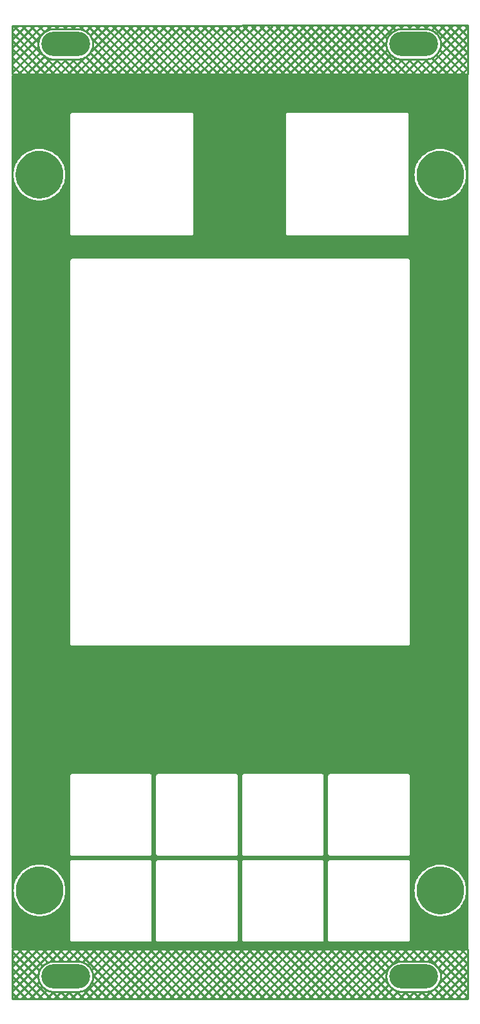
<source format=gbl>
G04 Layer: BottomLayer*
G04 EasyEDA v6.5.29, 2023-07-16 15:11:24*
G04 b1c9531ddfa049bd996740377cd84ce5,5a6b42c53f6a479593ecc07194224c93,10*
G04 Gerber Generator version 0.2*
G04 Scale: 100 percent, Rotated: No, Reflected: No *
G04 Dimensions in millimeters *
G04 leading zeros omitted , absolute positions ,4 integer and 5 decimal *
%FSLAX45Y45*%
%MOMM*%

%ADD10C,0.2540*%
%ADD11O,6.4000126X3.1999936*%

%LPD*%
G36*
X36068Y698500D02*
G01*
X32156Y699262D01*
X28905Y701497D01*
X26670Y704748D01*
X25908Y708660D01*
X25908Y12150090D01*
X26670Y12154001D01*
X28905Y12157252D01*
X32156Y12159488D01*
X36068Y12160250D01*
X6021832Y12160250D01*
X6025743Y12159488D01*
X6028994Y12157252D01*
X6031230Y12154001D01*
X6031992Y12150090D01*
X6031992Y708660D01*
X6031230Y704748D01*
X6028994Y701497D01*
X6025743Y699262D01*
X6021832Y698500D01*
G37*

%LPC*%
G36*
X5662218Y10519918D02*
G01*
X5687517Y10520832D01*
X5712663Y10523677D01*
X5737555Y10528401D01*
X5761990Y10534954D01*
X5785916Y10543286D01*
X5809132Y10553446D01*
X5831484Y10565282D01*
X5852922Y10578744D01*
X5873292Y10593781D01*
X5892495Y10610291D01*
X5910427Y10628172D01*
X5926937Y10647375D01*
X5941974Y10667746D01*
X5955436Y10689183D01*
X5967272Y10711586D01*
X5977382Y10734802D01*
X5985764Y10758678D01*
X5992317Y10783163D01*
X5997041Y10808055D01*
X5999835Y10833201D01*
X6000800Y10858500D01*
X5999835Y10883798D01*
X5997041Y10908944D01*
X5992317Y10933836D01*
X5985764Y10958322D01*
X5977382Y10982198D01*
X5967272Y11005413D01*
X5955436Y11027816D01*
X5941974Y11049254D01*
X5926937Y11069624D01*
X5910427Y11088827D01*
X5892495Y11106708D01*
X5873292Y11123218D01*
X5852922Y11138255D01*
X5831484Y11151717D01*
X5809132Y11163554D01*
X5785916Y11173714D01*
X5761990Y11182045D01*
X5737555Y11188598D01*
X5712663Y11193322D01*
X5687517Y11196167D01*
X5662218Y11197082D01*
X5636920Y11196167D01*
X5611723Y11193322D01*
X5586831Y11188598D01*
X5562396Y11182045D01*
X5538520Y11173714D01*
X5515305Y11163554D01*
X5492902Y11151717D01*
X5471464Y11138255D01*
X5451094Y11123218D01*
X5431891Y11106708D01*
X5414010Y11088827D01*
X5397449Y11069624D01*
X5382412Y11049254D01*
X5368950Y11027816D01*
X5357114Y11005413D01*
X5347004Y10982198D01*
X5338622Y10958322D01*
X5332069Y10933836D01*
X5327396Y10908944D01*
X5324551Y10883798D01*
X5323586Y10858500D01*
X5324551Y10833201D01*
X5327396Y10808055D01*
X5332069Y10783163D01*
X5338622Y10758678D01*
X5347004Y10734802D01*
X5357114Y10711586D01*
X5368950Y10689183D01*
X5382412Y10667746D01*
X5397449Y10647375D01*
X5414010Y10628172D01*
X5431891Y10610291D01*
X5451094Y10593781D01*
X5471464Y10578744D01*
X5492902Y10565282D01*
X5515305Y10553446D01*
X5538520Y10543286D01*
X5562396Y10534954D01*
X5586831Y10528401D01*
X5611723Y10523677D01*
X5636920Y10520832D01*
G37*
G36*
X1954377Y786892D02*
G01*
X2973222Y786892D01*
X2979572Y787603D01*
X2985008Y789533D01*
X2989935Y792581D01*
X2993999Y796696D01*
X2997098Y801573D01*
X2998978Y807059D01*
X2999689Y813358D01*
X2999689Y1832254D01*
X2998978Y1838553D01*
X2997098Y1843989D01*
X2993999Y1848916D01*
X2989935Y1852980D01*
X2985008Y1856079D01*
X2979572Y1858010D01*
X2973222Y1858721D01*
X1954377Y1858721D01*
X1948027Y1858010D01*
X1942592Y1856079D01*
X1937664Y1852980D01*
X1933600Y1848916D01*
X1930501Y1843989D01*
X1928622Y1838553D01*
X1927910Y1832254D01*
X1927910Y813358D01*
X1928622Y807059D01*
X1930501Y801573D01*
X1933600Y796696D01*
X1937664Y792581D01*
X1942592Y789533D01*
X1948027Y787603D01*
G37*
G36*
X4214977Y786892D02*
G01*
X5233822Y786892D01*
X5240172Y787603D01*
X5245608Y789533D01*
X5250535Y792581D01*
X5254599Y796696D01*
X5257698Y801573D01*
X5259578Y807059D01*
X5260289Y813358D01*
X5260289Y1832254D01*
X5259578Y1838553D01*
X5257698Y1843989D01*
X5254599Y1848916D01*
X5250535Y1852980D01*
X5245608Y1856079D01*
X5240172Y1858010D01*
X5233822Y1858721D01*
X4214977Y1858721D01*
X4208627Y1858010D01*
X4203192Y1856079D01*
X4198264Y1852980D01*
X4194200Y1848916D01*
X4191101Y1843989D01*
X4189222Y1838553D01*
X4188510Y1832254D01*
X4188510Y813358D01*
X4189222Y807059D01*
X4191101Y801573D01*
X4194200Y796696D01*
X4198264Y792581D01*
X4203192Y789533D01*
X4208627Y787603D01*
G37*
G36*
X3084677Y786892D02*
G01*
X4103522Y786892D01*
X4109872Y787603D01*
X4115308Y789533D01*
X4120235Y792581D01*
X4124299Y796696D01*
X4127398Y801573D01*
X4129278Y807059D01*
X4129989Y813358D01*
X4129989Y1832254D01*
X4129278Y1838553D01*
X4127398Y1843989D01*
X4124299Y1848916D01*
X4120235Y1852980D01*
X4115308Y1856079D01*
X4109872Y1858010D01*
X4103522Y1858721D01*
X3084677Y1858721D01*
X3078327Y1858010D01*
X3072892Y1856079D01*
X3067964Y1852980D01*
X3063900Y1848916D01*
X3060801Y1843989D01*
X3058922Y1838553D01*
X3058210Y1832254D01*
X3058210Y813358D01*
X3058922Y807059D01*
X3060801Y801573D01*
X3063900Y796696D01*
X3067964Y792581D01*
X3072892Y789533D01*
X3078327Y787603D01*
G37*
G36*
X396240Y1121003D02*
G01*
X421589Y1121968D01*
X446836Y1124813D01*
X471728Y1129538D01*
X496214Y1136091D01*
X520192Y1144473D01*
X543407Y1154684D01*
X565810Y1166520D01*
X587298Y1180033D01*
X607669Y1195120D01*
X626922Y1211732D01*
X644804Y1229664D01*
X661314Y1248918D01*
X676351Y1269339D01*
X689813Y1290878D01*
X701598Y1313332D01*
X711708Y1336598D01*
X720039Y1360576D01*
X726541Y1385062D01*
X731215Y1410004D01*
X733958Y1435201D01*
X734822Y1460296D01*
X733958Y1485798D01*
X731215Y1510995D01*
X726541Y1535938D01*
X720039Y1560423D01*
X711708Y1584401D01*
X701598Y1607667D01*
X689813Y1630121D01*
X676351Y1651660D01*
X661314Y1672082D01*
X644804Y1691335D01*
X626922Y1709267D01*
X607669Y1725879D01*
X587298Y1740966D01*
X565810Y1754479D01*
X543407Y1766316D01*
X520192Y1776475D01*
X496214Y1784908D01*
X471728Y1791462D01*
X446836Y1796186D01*
X421589Y1799031D01*
X396240Y1799996D01*
X370890Y1799031D01*
X345694Y1796186D01*
X320751Y1791462D01*
X296265Y1784908D01*
X272338Y1776475D01*
X249072Y1766316D01*
X226669Y1754479D01*
X205232Y1740966D01*
X184810Y1725879D01*
X165608Y1709267D01*
X147726Y1691335D01*
X131165Y1672082D01*
X116179Y1651660D01*
X102717Y1630121D01*
X90881Y1607667D01*
X80772Y1584401D01*
X72491Y1560423D01*
X65938Y1535938D01*
X61315Y1510995D01*
X58521Y1485798D01*
X57658Y1460703D01*
X58521Y1435201D01*
X61315Y1410004D01*
X65938Y1385062D01*
X72491Y1360576D01*
X80772Y1336598D01*
X90881Y1313332D01*
X102717Y1290878D01*
X116179Y1269339D01*
X131165Y1248918D01*
X147726Y1229664D01*
X165608Y1211732D01*
X184810Y1195120D01*
X205232Y1180033D01*
X226669Y1166520D01*
X249072Y1154684D01*
X272338Y1144473D01*
X296265Y1136091D01*
X320751Y1129538D01*
X345694Y1124813D01*
X370890Y1121968D01*
G37*
G36*
X5662218Y1121918D02*
G01*
X5687517Y1122832D01*
X5712663Y1125677D01*
X5737555Y1130401D01*
X5761990Y1136954D01*
X5785916Y1145286D01*
X5809132Y1155446D01*
X5831484Y1167282D01*
X5852922Y1180744D01*
X5873292Y1195781D01*
X5892495Y1212291D01*
X5910427Y1230172D01*
X5926937Y1249375D01*
X5941974Y1269746D01*
X5955436Y1291183D01*
X5967272Y1313586D01*
X5977382Y1336802D01*
X5985764Y1360678D01*
X5992317Y1385163D01*
X5997041Y1410055D01*
X5999835Y1435201D01*
X6000800Y1460500D01*
X5999835Y1485798D01*
X5997041Y1510944D01*
X5992317Y1535836D01*
X5985764Y1560322D01*
X5977382Y1584198D01*
X5967272Y1607413D01*
X5955436Y1629816D01*
X5941974Y1651254D01*
X5926937Y1671624D01*
X5910427Y1690827D01*
X5892495Y1708708D01*
X5873292Y1725218D01*
X5852922Y1740255D01*
X5831484Y1753717D01*
X5809132Y1765554D01*
X5785916Y1775714D01*
X5761990Y1784045D01*
X5737555Y1790598D01*
X5712663Y1795322D01*
X5687517Y1798167D01*
X5662218Y1799082D01*
X5636920Y1798167D01*
X5611723Y1795322D01*
X5586831Y1790598D01*
X5562396Y1784045D01*
X5538520Y1775714D01*
X5515305Y1765554D01*
X5492902Y1753717D01*
X5471464Y1740255D01*
X5451094Y1725218D01*
X5431891Y1708708D01*
X5414010Y1690827D01*
X5397449Y1671624D01*
X5382412Y1651254D01*
X5368950Y1629816D01*
X5357114Y1607413D01*
X5347004Y1584198D01*
X5338622Y1560322D01*
X5332069Y1535836D01*
X5327396Y1510944D01*
X5324551Y1485798D01*
X5323586Y1460500D01*
X5324551Y1435201D01*
X5327396Y1410055D01*
X5332069Y1385163D01*
X5338622Y1360678D01*
X5347004Y1336802D01*
X5357114Y1313586D01*
X5368950Y1291183D01*
X5382412Y1269746D01*
X5397449Y1249375D01*
X5414010Y1230172D01*
X5431891Y1212291D01*
X5451094Y1195781D01*
X5471464Y1180744D01*
X5492902Y1167282D01*
X5515305Y1155446D01*
X5538520Y1145286D01*
X5562396Y1136954D01*
X5586831Y1130401D01*
X5611723Y1125677D01*
X5636920Y1122832D01*
G37*
G36*
X824077Y1917192D02*
G01*
X1842922Y1917192D01*
X1849272Y1917903D01*
X1854707Y1919833D01*
X1859635Y1922881D01*
X1863699Y1926996D01*
X1866798Y1931873D01*
X1868678Y1937359D01*
X1869389Y1943658D01*
X1869389Y2962554D01*
X1868678Y2968853D01*
X1866798Y2974289D01*
X1863699Y2979216D01*
X1859635Y2983280D01*
X1854707Y2986379D01*
X1849272Y2988310D01*
X1842922Y2989021D01*
X824077Y2989021D01*
X817727Y2988310D01*
X812292Y2986379D01*
X807364Y2983280D01*
X803300Y2979216D01*
X800201Y2974289D01*
X798322Y2968853D01*
X797610Y2962554D01*
X797610Y1943658D01*
X798322Y1937359D01*
X800201Y1931873D01*
X803300Y1926996D01*
X807364Y1922881D01*
X812292Y1919833D01*
X817727Y1917903D01*
G37*
G36*
X824077Y786892D02*
G01*
X1842922Y786892D01*
X1849272Y787603D01*
X1854707Y789533D01*
X1859635Y792581D01*
X1863699Y796696D01*
X1866798Y801573D01*
X1868678Y807059D01*
X1869389Y813358D01*
X1869389Y1832254D01*
X1868678Y1838553D01*
X1866798Y1843989D01*
X1863699Y1848916D01*
X1859635Y1852980D01*
X1854707Y1856079D01*
X1849272Y1858010D01*
X1842922Y1858721D01*
X824077Y1858721D01*
X817727Y1858010D01*
X812292Y1856079D01*
X807364Y1852980D01*
X803300Y1848916D01*
X800201Y1843989D01*
X798322Y1838553D01*
X797610Y1832254D01*
X797610Y813358D01*
X798322Y807059D01*
X800201Y801573D01*
X803300Y796696D01*
X807364Y792581D01*
X812292Y789533D01*
X817727Y787603D01*
G37*
G36*
X3084677Y1917192D02*
G01*
X4103522Y1917192D01*
X4109872Y1917903D01*
X4115308Y1919833D01*
X4120235Y1922881D01*
X4124299Y1926996D01*
X4127398Y1931873D01*
X4129278Y1937359D01*
X4129989Y1943658D01*
X4129989Y2962554D01*
X4129278Y2968853D01*
X4127398Y2974289D01*
X4124299Y2979216D01*
X4120235Y2983280D01*
X4115308Y2986379D01*
X4109872Y2988310D01*
X4103522Y2989021D01*
X3084677Y2989021D01*
X3078327Y2988310D01*
X3072892Y2986379D01*
X3067964Y2983280D01*
X3063900Y2979216D01*
X3060801Y2974289D01*
X3058922Y2968853D01*
X3058210Y2962554D01*
X3058210Y1943658D01*
X3058922Y1937359D01*
X3060801Y1931873D01*
X3063900Y1926996D01*
X3067964Y1922881D01*
X3072892Y1919833D01*
X3078327Y1917903D01*
G37*
G36*
X4214977Y1917192D02*
G01*
X5233822Y1917192D01*
X5240172Y1917903D01*
X5245608Y1919833D01*
X5250535Y1922881D01*
X5254599Y1926996D01*
X5257698Y1931873D01*
X5259578Y1937359D01*
X5260289Y1943658D01*
X5260289Y2962554D01*
X5259578Y2968853D01*
X5257698Y2974289D01*
X5254599Y2979216D01*
X5250535Y2983280D01*
X5245608Y2986379D01*
X5240172Y2988310D01*
X5233822Y2989021D01*
X4214977Y2989021D01*
X4208627Y2988310D01*
X4203192Y2986379D01*
X4198264Y2983280D01*
X4194200Y2979216D01*
X4191101Y2974289D01*
X4189222Y2968853D01*
X4188510Y2962554D01*
X4188510Y1943658D01*
X4189222Y1937359D01*
X4191101Y1931873D01*
X4194200Y1926996D01*
X4198264Y1922881D01*
X4203192Y1919833D01*
X4208627Y1917903D01*
G37*
G36*
X828090Y4673092D02*
G01*
X5233822Y4673092D01*
X5240172Y4673803D01*
X5245608Y4675733D01*
X5250535Y4678781D01*
X5254599Y4682896D01*
X5257698Y4687773D01*
X5259578Y4693259D01*
X5260289Y4699558D01*
X5260289Y9727641D01*
X5259578Y9733940D01*
X5257698Y9739426D01*
X5254599Y9744303D01*
X5250535Y9748418D01*
X5245608Y9751466D01*
X5240172Y9753396D01*
X5233822Y9754108D01*
X828090Y9754108D01*
X821740Y9753396D01*
X816305Y9751466D01*
X811377Y9748418D01*
X807313Y9744303D01*
X804214Y9739426D01*
X802284Y9733940D01*
X801573Y9727641D01*
X801573Y4699558D01*
X802284Y4693259D01*
X804214Y4687773D01*
X807313Y4682896D01*
X811377Y4678781D01*
X816305Y4675733D01*
X821740Y4673803D01*
G37*
G36*
X3660190Y10057892D02*
G01*
X5221122Y10057892D01*
X5227472Y10058603D01*
X5232908Y10060533D01*
X5237835Y10063581D01*
X5241899Y10067696D01*
X5244998Y10072573D01*
X5246878Y10078059D01*
X5247589Y10084358D01*
X5247589Y11645341D01*
X5246878Y11651640D01*
X5244998Y11657126D01*
X5241899Y11662003D01*
X5237835Y11666118D01*
X5232908Y11669166D01*
X5227472Y11671096D01*
X5221122Y11671808D01*
X3660190Y11671808D01*
X3653840Y11671096D01*
X3648405Y11669166D01*
X3643477Y11666118D01*
X3639413Y11662003D01*
X3636314Y11657126D01*
X3634384Y11651640D01*
X3633673Y11645341D01*
X3633673Y10084358D01*
X3634384Y10078059D01*
X3636314Y10072573D01*
X3639413Y10067696D01*
X3643477Y10063581D01*
X3648405Y10060533D01*
X3653840Y10058603D01*
G37*
G36*
X828090Y10057892D02*
G01*
X2389022Y10057892D01*
X2395372Y10058603D01*
X2400808Y10060533D01*
X2405735Y10063581D01*
X2409799Y10067696D01*
X2412898Y10072573D01*
X2414778Y10078059D01*
X2415489Y10084358D01*
X2415489Y11645341D01*
X2414778Y11651640D01*
X2412898Y11657126D01*
X2409799Y11662003D01*
X2405735Y11666118D01*
X2400808Y11669166D01*
X2395372Y11671096D01*
X2389022Y11671808D01*
X828090Y11671808D01*
X821740Y11671096D01*
X816305Y11669166D01*
X811377Y11666118D01*
X807313Y11662003D01*
X804214Y11657126D01*
X802284Y11651640D01*
X801573Y11645341D01*
X801573Y10084358D01*
X802284Y10078059D01*
X804214Y10072573D01*
X807313Y10067696D01*
X811377Y10063581D01*
X816305Y10060533D01*
X821740Y10058603D01*
G37*
G36*
X394919Y10519918D02*
G01*
X420217Y10520832D01*
X445363Y10523677D01*
X470255Y10528401D01*
X494690Y10534954D01*
X518617Y10543286D01*
X541832Y10553446D01*
X564184Y10565282D01*
X585622Y10578744D01*
X605993Y10593781D01*
X625195Y10610291D01*
X643128Y10628172D01*
X659638Y10647375D01*
X674674Y10667746D01*
X688136Y10689183D01*
X699973Y10711586D01*
X710082Y10734802D01*
X718464Y10758678D01*
X725017Y10783163D01*
X729742Y10808055D01*
X732536Y10833201D01*
X733501Y10858500D01*
X732536Y10883798D01*
X729742Y10908944D01*
X725017Y10933836D01*
X718464Y10958322D01*
X710082Y10982198D01*
X699973Y11005413D01*
X688136Y11027816D01*
X674674Y11049254D01*
X659638Y11069624D01*
X643128Y11088827D01*
X625195Y11106708D01*
X605993Y11123218D01*
X585622Y11138255D01*
X564184Y11151717D01*
X541832Y11163554D01*
X518617Y11173714D01*
X494690Y11182045D01*
X470255Y11188598D01*
X445363Y11193322D01*
X420217Y11196167D01*
X394919Y11197082D01*
X369620Y11196167D01*
X344424Y11193322D01*
X319532Y11188598D01*
X295097Y11182045D01*
X271221Y11173714D01*
X248005Y11163554D01*
X225602Y11151717D01*
X204165Y11138255D01*
X183794Y11123218D01*
X164592Y11106708D01*
X146710Y11088827D01*
X130149Y11069624D01*
X115112Y11049254D01*
X101650Y11027816D01*
X89814Y11005413D01*
X79705Y10982198D01*
X71323Y10958322D01*
X64769Y10933836D01*
X60096Y10908944D01*
X57251Y10883798D01*
X56286Y10858500D01*
X57251Y10833201D01*
X60096Y10808055D01*
X64769Y10783163D01*
X71323Y10758678D01*
X79705Y10734802D01*
X89814Y10711586D01*
X101650Y10689183D01*
X115112Y10667746D01*
X130149Y10647375D01*
X146710Y10628172D01*
X164592Y10610291D01*
X183794Y10593781D01*
X204165Y10578744D01*
X225602Y10565282D01*
X248005Y10553446D01*
X271221Y10543286D01*
X295097Y10534954D01*
X319532Y10528401D01*
X344424Y10523677D01*
X369620Y10520832D01*
G37*
G36*
X1954377Y1917192D02*
G01*
X2973222Y1917192D01*
X2979572Y1917903D01*
X2985008Y1919833D01*
X2989935Y1922881D01*
X2993999Y1926996D01*
X2997098Y1931873D01*
X2998978Y1937359D01*
X2999689Y1943658D01*
X2999689Y2962554D01*
X2998978Y2968853D01*
X2997098Y2974289D01*
X2993999Y2979216D01*
X2989935Y2983280D01*
X2985008Y2986379D01*
X2979572Y2988310D01*
X2973222Y2989021D01*
X1954377Y2989021D01*
X1948027Y2988310D01*
X1942592Y2986379D01*
X1937664Y2983280D01*
X1933600Y2979216D01*
X1930501Y2974289D01*
X1928622Y2968853D01*
X1927910Y2962554D01*
X1927910Y1943658D01*
X1928622Y1937359D01*
X1930501Y1931873D01*
X1933600Y1926996D01*
X1937664Y1922881D01*
X1942592Y1919833D01*
X1948027Y1917903D01*
G37*

%LPD*%
G36*
X5658205Y11171174D02*
G01*
X5642254Y11170564D01*
X5626354Y11169142D01*
X5610504Y11166906D01*
X5594858Y11163858D01*
X5579364Y11159998D01*
X5571693Y11157813D01*
X5556504Y11152784D01*
X5541619Y11146993D01*
X5527040Y11140490D01*
X5512816Y11133226D01*
X5498998Y11125200D01*
X5485587Y11116564D01*
X5472633Y11107166D01*
X5460187Y11097209D01*
X5448249Y11086541D01*
X5436870Y11075314D01*
X5426100Y11063528D01*
X5415940Y11051235D01*
X5406440Y11038382D01*
X5397601Y11025124D01*
X5389422Y11011357D01*
X5381955Y10997234D01*
X5375249Y10982756D01*
X5372150Y10975390D01*
X5366562Y10960455D01*
X5361787Y10945215D01*
X5357723Y10929772D01*
X5354472Y10914126D01*
X5352034Y10898327D01*
X5350408Y10882426D01*
X5349595Y10866475D01*
X5349595Y10850524D01*
X5350408Y10834573D01*
X5352034Y10818672D01*
X5354472Y10802874D01*
X5357723Y10787227D01*
X5361787Y10771784D01*
X5366562Y10756544D01*
X5372150Y10741609D01*
X5378500Y10726928D01*
X5385612Y10712653D01*
X5393436Y10698683D01*
X5401919Y10685170D01*
X5411114Y10672114D01*
X5420969Y10659567D01*
X5431434Y10647476D01*
X5442508Y10635996D01*
X5454142Y10625074D01*
X5466334Y10614710D01*
X5479034Y10605058D01*
X5492242Y10596016D01*
X5505856Y10587685D01*
X5519877Y10580065D01*
X5534304Y10573156D01*
X5549036Y10567009D01*
X5564073Y10561624D01*
X5571693Y10559186D01*
X5587085Y10554970D01*
X5602681Y10551515D01*
X5618429Y10548874D01*
X5634278Y10547045D01*
X5650230Y10546029D01*
X5666181Y10545826D01*
X5682132Y10546435D01*
X5698083Y10547858D01*
X5713882Y10550093D01*
X5729579Y10553141D01*
X5745073Y10557002D01*
X5752744Y10559186D01*
X5767882Y10564215D01*
X5782767Y10570006D01*
X5797346Y10576509D01*
X5811570Y10583773D01*
X5825439Y10591800D01*
X5838799Y10600436D01*
X5851753Y10609834D01*
X5864199Y10619790D01*
X5876137Y10630458D01*
X5887516Y10641685D01*
X5898286Y10653471D01*
X5908446Y10665764D01*
X5917946Y10678617D01*
X5926836Y10691876D01*
X5934964Y10705642D01*
X5942431Y10719765D01*
X5949137Y10734243D01*
X5955131Y10749076D01*
X5960313Y10764164D01*
X5962650Y10771784D01*
X5966663Y10787227D01*
X5969914Y10802874D01*
X5972352Y10818672D01*
X5973978Y10834573D01*
X5974791Y10850524D01*
X5974791Y10866475D01*
X5973978Y10882426D01*
X5972352Y10898327D01*
X5969914Y10914126D01*
X5966663Y10929772D01*
X5962650Y10945215D01*
X5957824Y10960455D01*
X5952236Y10975390D01*
X5945886Y10990072D01*
X5938774Y11004346D01*
X5931001Y11018316D01*
X5922467Y11031829D01*
X5913272Y11044885D01*
X5903468Y11057432D01*
X5892952Y11069523D01*
X5881878Y11081004D01*
X5870244Y11091926D01*
X5858052Y11102289D01*
X5845352Y11111941D01*
X5832195Y11120983D01*
X5818530Y11129314D01*
X5804509Y11136934D01*
X5790133Y11143843D01*
X5775401Y11149990D01*
X5760364Y11155375D01*
X5752744Y11157813D01*
X5737352Y11162030D01*
X5721756Y11165484D01*
X5706008Y11168126D01*
X5690108Y11169954D01*
X5674156Y11170970D01*
G37*
G36*
X390906Y11171174D02*
G01*
X374954Y11170564D01*
X359054Y11169142D01*
X343204Y11166906D01*
X327558Y11163858D01*
X312064Y11159998D01*
X304393Y11157813D01*
X289204Y11152784D01*
X274320Y11146993D01*
X259740Y11140490D01*
X245516Y11133226D01*
X231698Y11125200D01*
X218287Y11116564D01*
X205333Y11107166D01*
X192887Y11097209D01*
X180949Y11086541D01*
X169570Y11075314D01*
X158800Y11063528D01*
X148640Y11051235D01*
X139141Y11038382D01*
X130302Y11025124D01*
X122123Y11011357D01*
X114655Y10997234D01*
X107950Y10982756D01*
X104851Y10975390D01*
X99263Y10960455D01*
X94488Y10945215D01*
X90424Y10929772D01*
X87172Y10914126D01*
X84734Y10898327D01*
X83108Y10882426D01*
X82296Y10866475D01*
X82296Y10850524D01*
X83108Y10834573D01*
X84734Y10818672D01*
X87172Y10802874D01*
X90424Y10787227D01*
X94488Y10771784D01*
X99263Y10756544D01*
X104851Y10741609D01*
X111201Y10726928D01*
X118313Y10712653D01*
X126136Y10698683D01*
X134620Y10685170D01*
X143814Y10672114D01*
X153670Y10659567D01*
X164134Y10647476D01*
X175209Y10635996D01*
X186842Y10625074D01*
X199034Y10614710D01*
X211734Y10605058D01*
X224942Y10596016D01*
X238556Y10587685D01*
X252577Y10580065D01*
X267004Y10573156D01*
X281736Y10567009D01*
X296773Y10561624D01*
X304393Y10559186D01*
X319786Y10554970D01*
X335381Y10551515D01*
X351129Y10548874D01*
X366979Y10547045D01*
X382930Y10546029D01*
X398881Y10545826D01*
X414832Y10546435D01*
X430784Y10547858D01*
X446582Y10550093D01*
X462280Y10553141D01*
X477774Y10557002D01*
X485444Y10559186D01*
X500583Y10564215D01*
X515467Y10570006D01*
X530047Y10576509D01*
X544271Y10583773D01*
X558139Y10591800D01*
X571500Y10600436D01*
X584454Y10609834D01*
X596900Y10619790D01*
X608838Y10630458D01*
X620217Y10641685D01*
X630986Y10653471D01*
X641146Y10665764D01*
X650646Y10678617D01*
X659536Y10691876D01*
X667664Y10705642D01*
X675132Y10719765D01*
X681837Y10734243D01*
X687832Y10749076D01*
X693013Y10764164D01*
X695350Y10771784D01*
X699363Y10787227D01*
X702614Y10802874D01*
X705053Y10818672D01*
X706678Y10834573D01*
X707491Y10850524D01*
X707491Y10866475D01*
X706678Y10882426D01*
X705053Y10898327D01*
X702614Y10914126D01*
X699363Y10929772D01*
X695350Y10945215D01*
X690524Y10960455D01*
X684936Y10975390D01*
X678586Y10990072D01*
X671474Y11004346D01*
X663702Y11018316D01*
X655167Y11031829D01*
X645972Y11044885D01*
X636168Y11057432D01*
X625652Y11069523D01*
X614578Y11081004D01*
X602945Y11091926D01*
X590753Y11102289D01*
X578053Y11111941D01*
X564896Y11120983D01*
X551230Y11129314D01*
X537210Y11136934D01*
X522833Y11143843D01*
X508101Y11149990D01*
X493064Y11155375D01*
X485444Y11157813D01*
X470052Y11162030D01*
X454456Y11165484D01*
X438708Y11168126D01*
X422808Y11169954D01*
X406857Y11170970D01*
G37*
G36*
X392277Y1774088D02*
G01*
X384251Y1773885D01*
X368300Y1772818D01*
X352399Y1770989D01*
X336600Y1768348D01*
X321005Y1764893D01*
X305562Y1760626D01*
X297942Y1758238D01*
X282905Y1752803D01*
X268122Y1746656D01*
X253695Y1739696D01*
X246634Y1735988D01*
X232765Y1727962D01*
X219354Y1719224D01*
X206400Y1709877D01*
X193954Y1699818D01*
X182016Y1689150D01*
X176225Y1683613D01*
X165150Y1672031D01*
X154686Y1659940D01*
X144830Y1647342D01*
X135686Y1634236D01*
X127152Y1620672D01*
X119380Y1606702D01*
X115722Y1599590D01*
X109067Y1585061D01*
X103073Y1570177D01*
X97891Y1555038D01*
X93522Y1539646D01*
X91592Y1531924D01*
X88392Y1516227D01*
X86004Y1500428D01*
X84429Y1484477D01*
X83616Y1468475D01*
X83616Y1452524D01*
X84429Y1436522D01*
X86004Y1420571D01*
X88392Y1404772D01*
X91592Y1389075D01*
X95605Y1373632D01*
X97891Y1365961D01*
X103073Y1350822D01*
X109067Y1335938D01*
X115722Y1321409D01*
X123189Y1307236D01*
X131318Y1293469D01*
X140157Y1280160D01*
X149707Y1267307D01*
X159867Y1254912D01*
X170637Y1243126D01*
X176225Y1237386D01*
X187909Y1226413D01*
X200101Y1216101D01*
X212801Y1206347D01*
X226009Y1197305D01*
X239674Y1188974D01*
X246634Y1185011D01*
X260858Y1177747D01*
X275437Y1171194D01*
X290372Y1165402D01*
X297942Y1162761D01*
X313232Y1158138D01*
X328777Y1154277D01*
X344474Y1151229D01*
X360324Y1148994D01*
X376275Y1147572D01*
X384251Y1147114D01*
X400253Y1146911D01*
X408279Y1147114D01*
X424230Y1148181D01*
X440131Y1150010D01*
X455879Y1152652D01*
X471525Y1156106D01*
X486968Y1160373D01*
X494588Y1162761D01*
X509625Y1168196D01*
X524408Y1174343D01*
X538835Y1181303D01*
X545896Y1185011D01*
X559714Y1193038D01*
X573176Y1201775D01*
X586130Y1211122D01*
X598576Y1221181D01*
X610514Y1231849D01*
X621893Y1243126D01*
X632663Y1254912D01*
X642823Y1267307D01*
X652322Y1280160D01*
X661162Y1293469D01*
X669340Y1307236D01*
X676757Y1321409D01*
X683463Y1335938D01*
X686562Y1343355D01*
X692099Y1358341D01*
X696874Y1373632D01*
X700887Y1389075D01*
X702614Y1396898D01*
X705408Y1412646D01*
X706526Y1420571D01*
X708101Y1436522D01*
X708609Y1444498D01*
X708964Y1460500D01*
X708609Y1476502D01*
X707390Y1492453D01*
X706526Y1500428D01*
X704088Y1516227D01*
X702614Y1524101D01*
X699008Y1539646D01*
X694588Y1555038D01*
X689406Y1570177D01*
X686562Y1577644D01*
X680212Y1592376D01*
X673150Y1606702D01*
X665327Y1620672D01*
X656844Y1634236D01*
X647649Y1647342D01*
X637794Y1659940D01*
X632663Y1666087D01*
X621893Y1677873D01*
X610514Y1689150D01*
X598576Y1699818D01*
X586130Y1709877D01*
X573176Y1719224D01*
X559714Y1727962D01*
X545896Y1735988D01*
X531622Y1743252D01*
X524408Y1746656D01*
X509625Y1752803D01*
X494588Y1758238D01*
X479247Y1762861D01*
X463753Y1766722D01*
X448005Y1769770D01*
X432206Y1772005D01*
X416255Y1773428D01*
X408279Y1773885D01*
G37*
G36*
X5658205Y1773174D02*
G01*
X5642254Y1772564D01*
X5626354Y1771142D01*
X5610504Y1768906D01*
X5594858Y1765858D01*
X5579364Y1761998D01*
X5571693Y1759813D01*
X5556504Y1754784D01*
X5541619Y1748993D01*
X5527040Y1742490D01*
X5512816Y1735226D01*
X5498998Y1727200D01*
X5485587Y1718564D01*
X5472633Y1709166D01*
X5460187Y1699209D01*
X5448249Y1688541D01*
X5436870Y1677314D01*
X5426100Y1665528D01*
X5415940Y1653235D01*
X5406440Y1640382D01*
X5397601Y1627124D01*
X5389422Y1613357D01*
X5381955Y1599234D01*
X5375249Y1584756D01*
X5372150Y1577390D01*
X5366562Y1562455D01*
X5361787Y1547215D01*
X5357723Y1531772D01*
X5354472Y1516126D01*
X5352034Y1500327D01*
X5350408Y1484426D01*
X5349595Y1468475D01*
X5349595Y1452524D01*
X5350408Y1436573D01*
X5352034Y1420672D01*
X5354472Y1404874D01*
X5357723Y1389227D01*
X5361787Y1373784D01*
X5366562Y1358544D01*
X5372150Y1343609D01*
X5378500Y1328928D01*
X5385612Y1314653D01*
X5393436Y1300683D01*
X5401919Y1287170D01*
X5411114Y1274114D01*
X5420969Y1261567D01*
X5431434Y1249476D01*
X5442508Y1237996D01*
X5454142Y1227074D01*
X5466334Y1216710D01*
X5479034Y1207058D01*
X5492242Y1198016D01*
X5505856Y1189685D01*
X5519877Y1182065D01*
X5534304Y1175156D01*
X5549036Y1169009D01*
X5564073Y1163624D01*
X5571693Y1161186D01*
X5587085Y1156970D01*
X5602681Y1153515D01*
X5618429Y1150874D01*
X5634278Y1149045D01*
X5650230Y1148029D01*
X5666181Y1147826D01*
X5682132Y1148435D01*
X5698083Y1149858D01*
X5713882Y1152093D01*
X5729579Y1155141D01*
X5745073Y1159002D01*
X5752744Y1161186D01*
X5767882Y1166215D01*
X5782767Y1172006D01*
X5797346Y1178509D01*
X5811570Y1185773D01*
X5825439Y1193800D01*
X5838799Y1202436D01*
X5851753Y1211834D01*
X5864199Y1221790D01*
X5876137Y1232458D01*
X5887516Y1243685D01*
X5898286Y1255471D01*
X5908446Y1267764D01*
X5917946Y1280617D01*
X5926836Y1293876D01*
X5934964Y1307642D01*
X5942431Y1321765D01*
X5949137Y1336243D01*
X5955131Y1351076D01*
X5960313Y1366164D01*
X5962650Y1373784D01*
X5966663Y1389227D01*
X5969914Y1404874D01*
X5972352Y1420672D01*
X5973978Y1436573D01*
X5974791Y1452524D01*
X5974791Y1468475D01*
X5973978Y1484426D01*
X5972352Y1500327D01*
X5969914Y1516126D01*
X5966663Y1531772D01*
X5962650Y1547215D01*
X5957824Y1562455D01*
X5952236Y1577390D01*
X5945886Y1592072D01*
X5938774Y1606346D01*
X5931001Y1620316D01*
X5922467Y1633829D01*
X5913272Y1646885D01*
X5903468Y1659432D01*
X5892952Y1671523D01*
X5881878Y1683004D01*
X5870244Y1693925D01*
X5858052Y1704289D01*
X5845352Y1713941D01*
X5832195Y1722983D01*
X5818530Y1731314D01*
X5804509Y1738934D01*
X5790133Y1745843D01*
X5775401Y1751990D01*
X5760364Y1757375D01*
X5752744Y1759813D01*
X5737352Y1764030D01*
X5721756Y1767484D01*
X5706008Y1770125D01*
X5690108Y1771954D01*
X5674156Y1772970D01*
G37*
D10*
X5905510Y698500D02*
G01*
X5905510Y762000D01*
X5935510Y12128500D02*
G01*
X5935510Y12192000D01*
X6019038Y38862D02*
G01*
X38862Y38862D01*
X38862Y38862D02*
G01*
X38862Y685545D01*
X38862Y685545D02*
G01*
X6019038Y685545D01*
X6019038Y685545D02*
G01*
X6019038Y38862D01*
X4994887Y204043D02*
G01*
X5007992Y189583D01*
X5007992Y189583D02*
G01*
X5022452Y176477D01*
X5022452Y176477D02*
G01*
X5038127Y164852D01*
X5038127Y164852D02*
G01*
X5054866Y154819D01*
X5054866Y154819D02*
G01*
X5072508Y146475D01*
X5072508Y146475D02*
G01*
X5090882Y139901D01*
X5090882Y139901D02*
G01*
X5109813Y135159D01*
X5109813Y135159D02*
G01*
X5129117Y132295D01*
X5129117Y132295D02*
G01*
X5148609Y131338D01*
X5148609Y131338D02*
G01*
X5468611Y131338D01*
X5468611Y131338D02*
G01*
X5488103Y132295D01*
X5488103Y132295D02*
G01*
X5507407Y135159D01*
X5507407Y135159D02*
G01*
X5526337Y139901D01*
X5526337Y139901D02*
G01*
X5544712Y146475D01*
X5544712Y146475D02*
G01*
X5562353Y154819D01*
X5562353Y154819D02*
G01*
X5579092Y164852D01*
X5579092Y164852D02*
G01*
X5594767Y176477D01*
X5594767Y176477D02*
G01*
X5609227Y189583D01*
X5609227Y189583D02*
G01*
X5622333Y204043D01*
X5622333Y204043D02*
G01*
X5633958Y219718D01*
X5633958Y219718D02*
G01*
X5643991Y236457D01*
X5643991Y236457D02*
G01*
X5652335Y254098D01*
X5652335Y254098D02*
G01*
X5658909Y272473D01*
X5658909Y272473D02*
G01*
X5663651Y291404D01*
X5663651Y291404D02*
G01*
X5666515Y310708D01*
X5666515Y310708D02*
G01*
X5667472Y330200D01*
X5667472Y330200D02*
G01*
X5666515Y349691D01*
X5666515Y349691D02*
G01*
X5663651Y368995D01*
X5663651Y368995D02*
G01*
X5658909Y387926D01*
X5658909Y387926D02*
G01*
X5652335Y406301D01*
X5652335Y406301D02*
G01*
X5643991Y423942D01*
X5643991Y423942D02*
G01*
X5633958Y440681D01*
X5633958Y440681D02*
G01*
X5622333Y456356D01*
X5622333Y456356D02*
G01*
X5609227Y470816D01*
X5609227Y470816D02*
G01*
X5594767Y483922D01*
X5594767Y483922D02*
G01*
X5579092Y495547D01*
X5579092Y495547D02*
G01*
X5562353Y505580D01*
X5562353Y505580D02*
G01*
X5544712Y513924D01*
X5544712Y513924D02*
G01*
X5526337Y520498D01*
X5526337Y520498D02*
G01*
X5507407Y525240D01*
X5507407Y525240D02*
G01*
X5488103Y528104D01*
X5488103Y528104D02*
G01*
X5468611Y529061D01*
X5468611Y529061D02*
G01*
X5148609Y529061D01*
X5148609Y529061D02*
G01*
X5129117Y528104D01*
X5129117Y528104D02*
G01*
X5109813Y525240D01*
X5109813Y525240D02*
G01*
X5090882Y520498D01*
X5090882Y520498D02*
G01*
X5072508Y513924D01*
X5072508Y513924D02*
G01*
X5054866Y505580D01*
X5054866Y505580D02*
G01*
X5038127Y495547D01*
X5038127Y495547D02*
G01*
X5022452Y483922D01*
X5022452Y483922D02*
G01*
X5007992Y470816D01*
X5007992Y470816D02*
G01*
X4994887Y456356D01*
X4994887Y456356D02*
G01*
X4983261Y440681D01*
X4983261Y440681D02*
G01*
X4973228Y423942D01*
X4973228Y423942D02*
G01*
X4964884Y406301D01*
X4964884Y406301D02*
G01*
X4958310Y387926D01*
X4958310Y387926D02*
G01*
X4953568Y368995D01*
X4953568Y368995D02*
G01*
X4950705Y349691D01*
X4950705Y349691D02*
G01*
X4949747Y330200D01*
X4949747Y330200D02*
G01*
X4950705Y310708D01*
X4950705Y310708D02*
G01*
X4953568Y291404D01*
X4953568Y291404D02*
G01*
X4958310Y272473D01*
X4958310Y272473D02*
G01*
X4964884Y254098D01*
X4964884Y254098D02*
G01*
X4973228Y236457D01*
X4973228Y236457D02*
G01*
X4983261Y219718D01*
X4983261Y219718D02*
G01*
X4994887Y204043D01*
X435982Y189583D02*
G01*
X450442Y176477D01*
X450442Y176477D02*
G01*
X466117Y164852D01*
X466117Y164852D02*
G01*
X482856Y154819D01*
X482856Y154819D02*
G01*
X500497Y146475D01*
X500497Y146475D02*
G01*
X518872Y139901D01*
X518872Y139901D02*
G01*
X537803Y135159D01*
X537803Y135159D02*
G01*
X557107Y132295D01*
X557107Y132295D02*
G01*
X576599Y131338D01*
X576599Y131338D02*
G01*
X896600Y131338D01*
X896600Y131338D02*
G01*
X916092Y132295D01*
X916092Y132295D02*
G01*
X935396Y135159D01*
X935396Y135159D02*
G01*
X954327Y139901D01*
X954327Y139901D02*
G01*
X972702Y146475D01*
X972702Y146475D02*
G01*
X990343Y154819D01*
X990343Y154819D02*
G01*
X1007082Y164852D01*
X1007082Y164852D02*
G01*
X1022757Y176477D01*
X1022757Y176477D02*
G01*
X1037217Y189583D01*
X1037217Y189583D02*
G01*
X1050323Y204043D01*
X1050323Y204043D02*
G01*
X1061948Y219718D01*
X1061948Y219718D02*
G01*
X1071981Y236457D01*
X1071981Y236457D02*
G01*
X1080325Y254098D01*
X1080325Y254098D02*
G01*
X1086899Y272473D01*
X1086899Y272473D02*
G01*
X1091641Y291404D01*
X1091641Y291404D02*
G01*
X1094505Y310708D01*
X1094505Y310708D02*
G01*
X1095462Y330200D01*
X1095462Y330200D02*
G01*
X1094505Y349691D01*
X1094505Y349691D02*
G01*
X1091641Y368995D01*
X1091641Y368995D02*
G01*
X1086899Y387926D01*
X1086899Y387926D02*
G01*
X1080325Y406301D01*
X1080325Y406301D02*
G01*
X1071981Y423942D01*
X1071981Y423942D02*
G01*
X1061948Y440681D01*
X1061948Y440681D02*
G01*
X1050323Y456356D01*
X1050323Y456356D02*
G01*
X1037217Y470816D01*
X1037217Y470816D02*
G01*
X1022757Y483922D01*
X1022757Y483922D02*
G01*
X1007082Y495547D01*
X1007082Y495547D02*
G01*
X990343Y505580D01*
X990343Y505580D02*
G01*
X972702Y513924D01*
X972702Y513924D02*
G01*
X954327Y520498D01*
X954327Y520498D02*
G01*
X935396Y525240D01*
X935396Y525240D02*
G01*
X916092Y528104D01*
X916092Y528104D02*
G01*
X896600Y529061D01*
X896600Y529061D02*
G01*
X576599Y529061D01*
X576599Y529061D02*
G01*
X557107Y528104D01*
X557107Y528104D02*
G01*
X537803Y525240D01*
X537803Y525240D02*
G01*
X518872Y520498D01*
X518872Y520498D02*
G01*
X500497Y513924D01*
X500497Y513924D02*
G01*
X482856Y505580D01*
X482856Y505580D02*
G01*
X466117Y495547D01*
X466117Y495547D02*
G01*
X450442Y483922D01*
X450442Y483922D02*
G01*
X435982Y470816D01*
X435982Y470816D02*
G01*
X422876Y456356D01*
X422876Y456356D02*
G01*
X411251Y440681D01*
X411251Y440681D02*
G01*
X401218Y423942D01*
X401218Y423942D02*
G01*
X392874Y406301D01*
X392874Y406301D02*
G01*
X386300Y387926D01*
X386300Y387926D02*
G01*
X381558Y368995D01*
X381558Y368995D02*
G01*
X378694Y349691D01*
X378694Y349691D02*
G01*
X377737Y330200D01*
X377737Y330200D02*
G01*
X378694Y310708D01*
X378694Y310708D02*
G01*
X381558Y291404D01*
X381558Y291404D02*
G01*
X386300Y272473D01*
X386300Y272473D02*
G01*
X392874Y254098D01*
X392874Y254098D02*
G01*
X401218Y236457D01*
X401218Y236457D02*
G01*
X411251Y219718D01*
X411251Y219718D02*
G01*
X422876Y204043D01*
X422876Y204043D02*
G01*
X435982Y189583D01*
X38862Y114066D02*
G01*
X114066Y38862D01*
X38862Y221829D02*
G01*
X221829Y38862D01*
X38862Y329592D02*
G01*
X329592Y38862D01*
X38862Y437355D02*
G01*
X437355Y38862D01*
X38862Y545119D02*
G01*
X545119Y38862D01*
X38862Y652882D02*
G01*
X378574Y313170D01*
X559569Y132174D02*
G01*
X652882Y38862D01*
X113961Y685545D02*
G01*
X392981Y406525D01*
X668168Y131338D02*
G01*
X760645Y38862D01*
X221724Y685545D02*
G01*
X436229Y471040D01*
X775931Y131338D02*
G01*
X868408Y38862D01*
X329487Y685545D02*
G01*
X500947Y514085D01*
X883694Y131338D02*
G01*
X976171Y38862D01*
X437250Y685545D02*
G01*
X593734Y529061D01*
X975158Y147637D02*
G01*
X1083934Y38862D01*
X545013Y685545D02*
G01*
X701497Y529061D01*
X1039004Y191555D02*
G01*
X1191697Y38862D01*
X652776Y685545D02*
G01*
X809260Y529061D01*
X1081352Y256970D02*
G01*
X1299460Y38862D01*
X760539Y685545D02*
G01*
X918310Y527775D01*
X1094176Y351909D02*
G01*
X1407223Y38862D01*
X868302Y685545D02*
G01*
X1514986Y38862D01*
X976065Y685545D02*
G01*
X1622749Y38862D01*
X1083828Y685545D02*
G01*
X1730512Y38862D01*
X1191591Y685545D02*
G01*
X1838275Y38862D01*
X1299355Y685545D02*
G01*
X1946039Y38862D01*
X1407118Y685545D02*
G01*
X2053802Y38862D01*
X1514881Y685545D02*
G01*
X2161565Y38862D01*
X1622644Y685545D02*
G01*
X2269328Y38862D01*
X1730407Y685545D02*
G01*
X2377091Y38862D01*
X1838170Y685545D02*
G01*
X2484854Y38862D01*
X1945933Y685545D02*
G01*
X2592617Y38862D01*
X2053696Y685545D02*
G01*
X2700380Y38862D01*
X2161459Y685545D02*
G01*
X2808143Y38862D01*
X2269222Y685545D02*
G01*
X2915906Y38862D01*
X2376985Y685545D02*
G01*
X3023669Y38862D01*
X2484748Y685545D02*
G01*
X3131432Y38862D01*
X2592511Y685545D02*
G01*
X3239195Y38862D01*
X2700275Y685545D02*
G01*
X3346959Y38862D01*
X2808038Y685545D02*
G01*
X3454722Y38862D01*
X2915801Y685545D02*
G01*
X3562485Y38862D01*
X3023564Y685545D02*
G01*
X3670248Y38862D01*
X3131327Y685545D02*
G01*
X3778011Y38862D01*
X3239090Y685545D02*
G01*
X3885774Y38862D01*
X3346853Y685545D02*
G01*
X3993537Y38862D01*
X3454616Y685545D02*
G01*
X4101300Y38862D01*
X3562379Y685545D02*
G01*
X4209063Y38862D01*
X3670142Y685545D02*
G01*
X4316826Y38862D01*
X3777905Y685545D02*
G01*
X4424589Y38862D01*
X3885668Y685545D02*
G01*
X4532352Y38862D01*
X3993431Y685545D02*
G01*
X4640115Y38862D01*
X4101194Y685545D02*
G01*
X4747878Y38862D01*
X4208958Y685545D02*
G01*
X4855642Y38862D01*
X4316721Y685545D02*
G01*
X4963405Y38862D01*
X4424484Y685545D02*
G01*
X5071168Y38862D01*
X4532247Y685545D02*
G01*
X4965953Y251839D01*
X5070248Y147544D02*
G01*
X5178931Y38862D01*
X4640010Y685545D02*
G01*
X4954167Y371388D01*
X5194217Y131338D02*
G01*
X5286694Y38862D01*
X4747773Y685545D02*
G01*
X4987254Y446064D01*
X5301981Y131338D02*
G01*
X5394457Y38862D01*
X4855536Y685545D02*
G01*
X5042759Y498323D01*
X5409744Y131338D02*
G01*
X5502220Y38862D01*
X4963299Y685545D02*
G01*
X5121823Y527022D01*
X5512428Y136417D02*
G01*
X5609983Y38862D01*
X5071062Y685545D02*
G01*
X5227546Y529061D01*
X5586363Y170245D02*
G01*
X5717746Y38862D01*
X5178825Y685545D02*
G01*
X5335309Y529061D01*
X5637966Y226405D02*
G01*
X5825509Y38862D01*
X5286588Y685545D02*
G01*
X5443072Y529061D01*
X5665857Y306276D02*
G01*
X5933272Y38862D01*
X5394351Y685545D02*
G01*
X5607665Y472231D01*
X5610642Y469254D02*
G01*
X6019038Y60859D01*
X5502114Y685545D02*
G01*
X6019038Y168622D01*
X5609877Y685545D02*
G01*
X6019038Y276385D01*
X5717641Y685545D02*
G01*
X6019038Y384149D01*
X5825404Y685545D02*
G01*
X6019038Y491912D01*
X5933167Y685545D02*
G01*
X6019038Y599675D01*
X5978205Y38862D02*
G01*
X6019038Y79694D01*
X5870442Y38862D02*
G01*
X6019038Y187457D01*
X5762679Y38862D02*
G01*
X6019038Y295220D01*
X5654916Y38862D02*
G01*
X6019038Y402983D01*
X5547153Y38862D02*
G01*
X6019038Y510746D01*
X5439390Y38862D02*
G01*
X5549061Y148532D01*
X5650278Y249750D02*
G01*
X6019038Y618509D01*
X5331627Y38862D02*
G01*
X5424103Y131338D01*
X5663273Y370507D02*
G01*
X5978311Y685545D01*
X5223864Y38862D02*
G01*
X5316340Y131338D01*
X5630435Y445432D02*
G01*
X5870548Y685545D01*
X5116101Y38862D02*
G01*
X5208577Y131338D01*
X5575149Y497910D02*
G01*
X5762785Y685545D01*
X5008338Y38862D02*
G01*
X5105672Y136196D01*
X5496356Y526879D02*
G01*
X5655022Y685545D01*
X4900574Y38862D02*
G01*
X5031489Y169776D01*
X5390774Y529061D02*
G01*
X5547258Y685545D01*
X4792811Y38862D02*
G01*
X4979666Y225716D01*
X5283011Y529061D02*
G01*
X5439495Y685545D01*
X4685048Y38862D02*
G01*
X4951504Y305317D01*
X5175248Y529061D02*
G01*
X5331732Y685545D01*
X4577285Y38862D02*
G01*
X4995919Y457496D01*
X5021313Y482889D02*
G01*
X5223969Y685545D01*
X4469522Y38862D02*
G01*
X5116206Y685545D01*
X4361759Y38862D02*
G01*
X5008443Y685545D01*
X4253996Y38862D02*
G01*
X4900680Y685545D01*
X4146233Y38862D02*
G01*
X4792917Y685545D01*
X4038470Y38862D02*
G01*
X4685154Y685545D01*
X3930707Y38862D02*
G01*
X4577391Y685545D01*
X3822944Y38862D02*
G01*
X4469628Y685545D01*
X3715181Y38862D02*
G01*
X4361865Y685545D01*
X3607418Y38862D02*
G01*
X4254102Y685545D01*
X3499655Y38862D02*
G01*
X4146339Y685545D01*
X3391892Y38862D02*
G01*
X4038576Y685545D01*
X3284128Y38862D02*
G01*
X3930812Y685545D01*
X3176365Y38862D02*
G01*
X3823049Y685545D01*
X3068602Y38862D02*
G01*
X3715286Y685545D01*
X2960839Y38862D02*
G01*
X3607523Y685545D01*
X2853076Y38862D02*
G01*
X3499760Y685545D01*
X2745313Y38862D02*
G01*
X3391997Y685545D01*
X2637550Y38862D02*
G01*
X3284234Y685545D01*
X2529787Y38862D02*
G01*
X3176471Y685545D01*
X2422024Y38862D02*
G01*
X3068708Y685545D01*
X2314261Y38862D02*
G01*
X2960945Y685545D01*
X2206498Y38862D02*
G01*
X2853182Y685545D01*
X2098735Y38862D02*
G01*
X2745419Y685545D01*
X1990972Y38862D02*
G01*
X2637656Y685545D01*
X1883209Y38862D02*
G01*
X2529893Y685545D01*
X1775445Y38862D02*
G01*
X2422129Y685545D01*
X1667682Y38862D02*
G01*
X2314366Y685545D01*
X1559919Y38862D02*
G01*
X2206603Y685545D01*
X1452156Y38862D02*
G01*
X2098840Y685545D01*
X1344393Y38862D02*
G01*
X1991077Y685545D01*
X1236630Y38862D02*
G01*
X1883314Y685545D01*
X1128867Y38862D02*
G01*
X1775551Y685545D01*
X1021104Y38862D02*
G01*
X1667788Y685545D01*
X913341Y38862D02*
G01*
X1560025Y685545D01*
X805578Y38862D02*
G01*
X898129Y131413D01*
X1095387Y328671D02*
G01*
X1452262Y685545D01*
X697815Y38862D02*
G01*
X790291Y131338D01*
X1075486Y416532D02*
G01*
X1344499Y685545D01*
X590052Y38862D02*
G01*
X682528Y131338D01*
X1029238Y478048D02*
G01*
X1236736Y685545D01*
X482289Y38862D02*
G01*
X574851Y131424D01*
X961396Y517969D02*
G01*
X1128973Y685545D01*
X374526Y38862D02*
G01*
X488034Y152370D01*
X864725Y529061D02*
G01*
X1021210Y685545D01*
X266762Y38862D02*
G01*
X427187Y199287D01*
X756962Y529061D02*
G01*
X913446Y685545D01*
X158999Y38862D02*
G01*
X387963Y267825D01*
X649199Y529061D02*
G01*
X805683Y685545D01*
X51236Y38862D02*
G01*
X381621Y369246D01*
X537552Y525177D02*
G01*
X697920Y685545D01*
X38862Y134250D02*
G01*
X590157Y685545D01*
X38862Y242013D02*
G01*
X482394Y685545D01*
X38862Y349776D02*
G01*
X374631Y685545D01*
X38862Y457539D02*
G01*
X266868Y685545D01*
X38862Y565302D02*
G01*
X159105Y685545D01*
X38862Y673065D02*
G01*
X51342Y685545D01*
X6019038Y12173204D02*
G01*
X38862Y12173204D01*
X38862Y12173204D02*
G01*
X38862Y12813570D01*
X38862Y12813570D02*
G01*
X6019038Y12818585D01*
X6019038Y12818585D02*
G01*
X6019038Y12173204D01*
X4994887Y12446843D02*
G01*
X5007992Y12432383D01*
X5007992Y12432383D02*
G01*
X5022452Y12419277D01*
X5022452Y12419277D02*
G01*
X5038127Y12407652D01*
X5038127Y12407652D02*
G01*
X5054866Y12397619D01*
X5054866Y12397619D02*
G01*
X5072508Y12389275D01*
X5072508Y12389275D02*
G01*
X5090882Y12382701D01*
X5090882Y12382701D02*
G01*
X5109813Y12377959D01*
X5109813Y12377959D02*
G01*
X5129117Y12375095D01*
X5129117Y12375095D02*
G01*
X5148609Y12374138D01*
X5148609Y12374138D02*
G01*
X5468611Y12374138D01*
X5468611Y12374138D02*
G01*
X5488103Y12375095D01*
X5488103Y12375095D02*
G01*
X5507407Y12377959D01*
X5507407Y12377959D02*
G01*
X5526337Y12382701D01*
X5526337Y12382701D02*
G01*
X5544712Y12389275D01*
X5544712Y12389275D02*
G01*
X5562353Y12397619D01*
X5562353Y12397619D02*
G01*
X5579092Y12407652D01*
X5579092Y12407652D02*
G01*
X5594767Y12419277D01*
X5594767Y12419277D02*
G01*
X5609227Y12432383D01*
X5609227Y12432383D02*
G01*
X5622333Y12446843D01*
X5622333Y12446843D02*
G01*
X5633958Y12462518D01*
X5633958Y12462518D02*
G01*
X5643991Y12479257D01*
X5643991Y12479257D02*
G01*
X5652335Y12496898D01*
X5652335Y12496898D02*
G01*
X5658909Y12515273D01*
X5658909Y12515273D02*
G01*
X5663651Y12534204D01*
X5663651Y12534204D02*
G01*
X5666515Y12553508D01*
X5666515Y12553508D02*
G01*
X5667472Y12573000D01*
X5667472Y12573000D02*
G01*
X5666515Y12592491D01*
X5666515Y12592491D02*
G01*
X5663651Y12611795D01*
X5663651Y12611795D02*
G01*
X5658909Y12630726D01*
X5658909Y12630726D02*
G01*
X5652335Y12649101D01*
X5652335Y12649101D02*
G01*
X5643991Y12666742D01*
X5643991Y12666742D02*
G01*
X5633958Y12683481D01*
X5633958Y12683481D02*
G01*
X5622333Y12699156D01*
X5622333Y12699156D02*
G01*
X5609227Y12713616D01*
X5609227Y12713616D02*
G01*
X5594767Y12726722D01*
X5594767Y12726722D02*
G01*
X5579092Y12738347D01*
X5579092Y12738347D02*
G01*
X5562353Y12748380D01*
X5562353Y12748380D02*
G01*
X5544712Y12756724D01*
X5544712Y12756724D02*
G01*
X5526337Y12763298D01*
X5526337Y12763298D02*
G01*
X5507407Y12768040D01*
X5507407Y12768040D02*
G01*
X5488103Y12770904D01*
X5488103Y12770904D02*
G01*
X5468611Y12771861D01*
X5468611Y12771861D02*
G01*
X5148609Y12771861D01*
X5148609Y12771861D02*
G01*
X5129117Y12770904D01*
X5129117Y12770904D02*
G01*
X5109813Y12768040D01*
X5109813Y12768040D02*
G01*
X5090882Y12763298D01*
X5090882Y12763298D02*
G01*
X5072508Y12756724D01*
X5072508Y12756724D02*
G01*
X5054866Y12748380D01*
X5054866Y12748380D02*
G01*
X5038127Y12738347D01*
X5038127Y12738347D02*
G01*
X5022452Y12726722D01*
X5022452Y12726722D02*
G01*
X5007992Y12713616D01*
X5007992Y12713616D02*
G01*
X4994887Y12699156D01*
X4994887Y12699156D02*
G01*
X4983261Y12683481D01*
X4983261Y12683481D02*
G01*
X4973228Y12666742D01*
X4973228Y12666742D02*
G01*
X4964884Y12649101D01*
X4964884Y12649101D02*
G01*
X4958310Y12630726D01*
X4958310Y12630726D02*
G01*
X4953568Y12611795D01*
X4953568Y12611795D02*
G01*
X4950705Y12592491D01*
X4950705Y12592491D02*
G01*
X4949747Y12573000D01*
X4949747Y12573000D02*
G01*
X4950705Y12553508D01*
X4950705Y12553508D02*
G01*
X4953568Y12534204D01*
X4953568Y12534204D02*
G01*
X4958310Y12515273D01*
X4958310Y12515273D02*
G01*
X4964884Y12496898D01*
X4964884Y12496898D02*
G01*
X4973228Y12479257D01*
X4973228Y12479257D02*
G01*
X4983261Y12462518D01*
X4983261Y12462518D02*
G01*
X4994887Y12446843D01*
X435982Y12432383D02*
G01*
X450442Y12419277D01*
X450442Y12419277D02*
G01*
X466117Y12407652D01*
X466117Y12407652D02*
G01*
X482856Y12397619D01*
X482856Y12397619D02*
G01*
X500497Y12389275D01*
X500497Y12389275D02*
G01*
X518872Y12382701D01*
X518872Y12382701D02*
G01*
X537803Y12377959D01*
X537803Y12377959D02*
G01*
X557107Y12375095D01*
X557107Y12375095D02*
G01*
X576599Y12374138D01*
X576599Y12374138D02*
G01*
X896600Y12374138D01*
X896600Y12374138D02*
G01*
X916092Y12375095D01*
X916092Y12375095D02*
G01*
X935396Y12377959D01*
X935396Y12377959D02*
G01*
X954327Y12382701D01*
X954327Y12382701D02*
G01*
X972702Y12389275D01*
X972702Y12389275D02*
G01*
X990343Y12397619D01*
X990343Y12397619D02*
G01*
X1007082Y12407652D01*
X1007082Y12407652D02*
G01*
X1022757Y12419277D01*
X1022757Y12419277D02*
G01*
X1037217Y12432383D01*
X1037217Y12432383D02*
G01*
X1050323Y12446843D01*
X1050323Y12446843D02*
G01*
X1061948Y12462518D01*
X1061948Y12462518D02*
G01*
X1071981Y12479257D01*
X1071981Y12479257D02*
G01*
X1080325Y12496898D01*
X1080325Y12496898D02*
G01*
X1086899Y12515273D01*
X1086899Y12515273D02*
G01*
X1091641Y12534204D01*
X1091641Y12534204D02*
G01*
X1094505Y12553508D01*
X1094505Y12553508D02*
G01*
X1095462Y12573000D01*
X1095462Y12573000D02*
G01*
X1094505Y12592491D01*
X1094505Y12592491D02*
G01*
X1091641Y12611795D01*
X1091641Y12611795D02*
G01*
X1086899Y12630726D01*
X1086899Y12630726D02*
G01*
X1080325Y12649101D01*
X1080325Y12649101D02*
G01*
X1071981Y12666742D01*
X1071981Y12666742D02*
G01*
X1061948Y12683481D01*
X1061948Y12683481D02*
G01*
X1050323Y12699156D01*
X1050323Y12699156D02*
G01*
X1037217Y12713616D01*
X1037217Y12713616D02*
G01*
X1022757Y12726722D01*
X1022757Y12726722D02*
G01*
X1007082Y12738347D01*
X1007082Y12738347D02*
G01*
X990343Y12748380D01*
X990343Y12748380D02*
G01*
X972702Y12756724D01*
X972702Y12756724D02*
G01*
X954327Y12763298D01*
X954327Y12763298D02*
G01*
X935396Y12768040D01*
X935396Y12768040D02*
G01*
X916092Y12770904D01*
X916092Y12770904D02*
G01*
X896600Y12771861D01*
X896600Y12771861D02*
G01*
X576599Y12771861D01*
X576599Y12771861D02*
G01*
X557107Y12770904D01*
X557107Y12770904D02*
G01*
X537803Y12768040D01*
X537803Y12768040D02*
G01*
X518872Y12763298D01*
X518872Y12763298D02*
G01*
X500497Y12756724D01*
X500497Y12756724D02*
G01*
X482856Y12748380D01*
X482856Y12748380D02*
G01*
X466117Y12738347D01*
X466117Y12738347D02*
G01*
X450442Y12726722D01*
X450442Y12726722D02*
G01*
X435982Y12713616D01*
X435982Y12713616D02*
G01*
X422876Y12699156D01*
X422876Y12699156D02*
G01*
X411251Y12683481D01*
X411251Y12683481D02*
G01*
X401218Y12666742D01*
X401218Y12666742D02*
G01*
X392874Y12649101D01*
X392874Y12649101D02*
G01*
X386300Y12630726D01*
X386300Y12630726D02*
G01*
X381558Y12611795D01*
X381558Y12611795D02*
G01*
X378694Y12592491D01*
X378694Y12592491D02*
G01*
X377737Y12573000D01*
X377737Y12573000D02*
G01*
X378694Y12553508D01*
X378694Y12553508D02*
G01*
X381558Y12534204D01*
X381558Y12534204D02*
G01*
X386300Y12515273D01*
X386300Y12515273D02*
G01*
X392874Y12496898D01*
X392874Y12496898D02*
G01*
X401218Y12479257D01*
X401218Y12479257D02*
G01*
X411251Y12462518D01*
X411251Y12462518D02*
G01*
X422876Y12446843D01*
X422876Y12446843D02*
G01*
X435982Y12432383D01*
X38862Y12183530D02*
G01*
X49188Y12173204D01*
X38862Y12291293D02*
G01*
X156951Y12173204D01*
X38862Y12399056D02*
G01*
X264714Y12173204D01*
X38862Y12506820D02*
G01*
X372478Y12173204D01*
X38862Y12614583D02*
G01*
X480241Y12173204D01*
X38862Y12722346D02*
G01*
X588004Y12173204D01*
X55386Y12813584D02*
G01*
X430125Y12438845D01*
X442444Y12426526D02*
G01*
X695767Y12173204D01*
X163059Y12813674D02*
G01*
X379411Y12597322D01*
X602596Y12374138D02*
G01*
X803530Y12173204D01*
X270732Y12813765D02*
G01*
X407415Y12677081D01*
X710359Y12374138D02*
G01*
X911293Y12173204D01*
X378405Y12813855D02*
G01*
X459110Y12733150D01*
X818122Y12374138D02*
G01*
X1019056Y12173204D01*
X486078Y12813945D02*
G01*
X533148Y12766874D01*
X923786Y12376237D02*
G01*
X1126819Y12173204D01*
X593750Y12814035D02*
G01*
X635925Y12771861D01*
X1002738Y12405048D02*
G01*
X1234582Y12173204D01*
X701423Y12814126D02*
G01*
X743688Y12771861D01*
X1058151Y12457398D02*
G01*
X1342345Y12173204D01*
X809096Y12814216D02*
G01*
X851451Y12771861D01*
X1091134Y12532178D02*
G01*
X1450108Y12173204D01*
X916769Y12814306D02*
G01*
X975832Y12755243D01*
X1078844Y12652231D02*
G01*
X1557871Y12173204D01*
X1024441Y12814397D02*
G01*
X1665634Y12173204D01*
X1132114Y12814487D02*
G01*
X1773398Y12173204D01*
X1239787Y12814577D02*
G01*
X1881161Y12173204D01*
X1347460Y12814668D02*
G01*
X1988924Y12173204D01*
X1455132Y12814758D02*
G01*
X2096687Y12173204D01*
X1562805Y12814848D02*
G01*
X2204450Y12173204D01*
X1670478Y12814938D02*
G01*
X2312213Y12173204D01*
X1778151Y12815028D02*
G01*
X2419976Y12173204D01*
X1885824Y12815119D02*
G01*
X2527739Y12173204D01*
X1993496Y12815209D02*
G01*
X2635502Y12173204D01*
X2101169Y12815299D02*
G01*
X2743265Y12173204D01*
X2208842Y12815390D02*
G01*
X2851028Y12173204D01*
X2316515Y12815480D02*
G01*
X2958791Y12173204D01*
X2424188Y12815570D02*
G01*
X3066554Y12173204D01*
X2531860Y12815661D02*
G01*
X3174318Y12173204D01*
X2639533Y12815751D02*
G01*
X3282081Y12173204D01*
X2747206Y12815841D02*
G01*
X3389844Y12173204D01*
X2854879Y12815931D02*
G01*
X3497607Y12173204D01*
X2962552Y12816022D02*
G01*
X3605370Y12173204D01*
X3070224Y12816112D02*
G01*
X3713133Y12173204D01*
X3177897Y12816202D02*
G01*
X3820896Y12173204D01*
X3285570Y12816293D02*
G01*
X3928659Y12173204D01*
X3393243Y12816383D02*
G01*
X4036422Y12173204D01*
X3500916Y12816473D02*
G01*
X4144185Y12173204D01*
X3608588Y12816564D02*
G01*
X4251948Y12173204D01*
X3716261Y12816654D02*
G01*
X4359711Y12173204D01*
X3823934Y12816744D02*
G01*
X4467474Y12173204D01*
X3931607Y12816834D02*
G01*
X4575237Y12173204D01*
X4039279Y12816925D02*
G01*
X4683001Y12173204D01*
X4146952Y12817015D02*
G01*
X4790764Y12173204D01*
X4254625Y12817105D02*
G01*
X4898527Y12173204D01*
X4362298Y12817196D02*
G01*
X5006290Y12173204D01*
X4469970Y12817286D02*
G01*
X5114053Y12173204D01*
X4577643Y12817376D02*
G01*
X5221816Y12173204D01*
X4685316Y12817466D02*
G01*
X4950954Y12551829D01*
X5127438Y12375344D02*
G01*
X5329579Y12173204D01*
X4792989Y12817557D02*
G01*
X4963978Y12646568D01*
X5236408Y12374138D02*
G01*
X5437342Y12173204D01*
X4900662Y12817647D02*
G01*
X5006424Y12711885D01*
X5344171Y12374138D02*
G01*
X5545105Y12173204D01*
X5008334Y12817737D02*
G01*
X5070362Y12755709D01*
X5451934Y12374138D02*
G01*
X5652868Y12173204D01*
X5116007Y12817828D02*
G01*
X5161974Y12771861D01*
X5544600Y12389235D02*
G01*
X5760631Y12173204D01*
X5223680Y12817918D02*
G01*
X5269737Y12771861D01*
X5609221Y12432377D02*
G01*
X5868394Y12173204D01*
X5331353Y12818008D02*
G01*
X5377500Y12771861D01*
X5652368Y12496993D02*
G01*
X5976157Y12173204D01*
X5439025Y12818099D02*
G01*
X5486123Y12771001D01*
X5666612Y12590512D02*
G01*
X6019038Y12238087D01*
X5546698Y12818189D02*
G01*
X6019038Y12345850D01*
X5654371Y12818279D02*
G01*
X6019038Y12453613D01*
X5762044Y12818369D02*
G01*
X6019038Y12561376D01*
X5869717Y12818460D02*
G01*
X6019038Y12669139D01*
X5977389Y12818550D02*
G01*
X6019038Y12776902D01*
X5935320Y12173204D02*
G01*
X6019038Y12256921D01*
X5827557Y12173204D02*
G01*
X6019038Y12364684D01*
X5719794Y12173204D02*
G01*
X6019038Y12472447D01*
X5612031Y12173204D02*
G01*
X6019038Y12580210D01*
X5504268Y12173204D02*
G01*
X6019038Y12687973D01*
X5396505Y12173204D02*
G01*
X6019038Y12795736D01*
X5288742Y12173204D02*
G01*
X5491074Y12375536D01*
X5666074Y12550536D02*
G01*
X5934052Y12818514D01*
X5180978Y12173204D02*
G01*
X5381913Y12374138D01*
X5653531Y12645757D02*
G01*
X5826198Y12818423D01*
X5073215Y12173204D02*
G01*
X5274150Y12374138D01*
X5611319Y12711308D02*
G01*
X5718345Y12818333D01*
X4965452Y12173204D02*
G01*
X5166387Y12374138D01*
X5547604Y12755355D02*
G01*
X5610491Y12818242D01*
X4857689Y12173204D02*
G01*
X5073431Y12388945D01*
X5456347Y12771861D02*
G01*
X5502637Y12818152D01*
X4749926Y12173204D02*
G01*
X5008576Y12431854D01*
X5348584Y12771861D02*
G01*
X5394784Y12818061D01*
X4642163Y12173204D02*
G01*
X4965197Y12496237D01*
X5240821Y12771861D02*
G01*
X5286931Y12817971D01*
X4534400Y12173204D02*
G01*
X4950550Y12589354D01*
X5132254Y12771058D02*
G01*
X5179077Y12817881D01*
X4426637Y12173204D02*
G01*
X5071224Y12817790D01*
X4318874Y12173204D02*
G01*
X4963370Y12817700D01*
X4211111Y12173204D02*
G01*
X4855517Y12817609D01*
X4103348Y12173204D02*
G01*
X4747663Y12817519D01*
X3995585Y12173204D02*
G01*
X4639809Y12817428D01*
X3887822Y12173204D02*
G01*
X4531956Y12817338D01*
X3780058Y12173204D02*
G01*
X4424102Y12817247D01*
X3672295Y12173204D02*
G01*
X4316249Y12817157D01*
X3564532Y12173204D02*
G01*
X4208395Y12817067D01*
X3456769Y12173204D02*
G01*
X4100542Y12816976D01*
X3349006Y12173204D02*
G01*
X3992688Y12816886D01*
X3241243Y12173204D02*
G01*
X3884835Y12816795D01*
X3133480Y12173204D02*
G01*
X3776981Y12816705D01*
X3025717Y12173204D02*
G01*
X3669128Y12816614D01*
X2917954Y12173204D02*
G01*
X3561274Y12816524D01*
X2810191Y12173204D02*
G01*
X3453421Y12816433D01*
X2702428Y12173204D02*
G01*
X3345567Y12816343D01*
X2594665Y12173204D02*
G01*
X3237714Y12816253D01*
X2486902Y12173204D02*
G01*
X3129860Y12816162D01*
X2379139Y12173204D02*
G01*
X3022007Y12816072D01*
X2271375Y12173204D02*
G01*
X2914153Y12815981D01*
X2163612Y12173204D02*
G01*
X2806300Y12815891D01*
X2055849Y12173204D02*
G01*
X2698446Y12815800D01*
X1948086Y12173204D02*
G01*
X2590593Y12815710D01*
X1840323Y12173204D02*
G01*
X2482739Y12815620D01*
X1732560Y12173204D02*
G01*
X2374886Y12815529D01*
X1624797Y12173204D02*
G01*
X2267032Y12815438D01*
X1517034Y12173204D02*
G01*
X2159179Y12815348D01*
X1409271Y12173204D02*
G01*
X2051325Y12815258D01*
X1301508Y12173204D02*
G01*
X1943472Y12815167D01*
X1193745Y12173204D02*
G01*
X1835618Y12815077D01*
X1085982Y12173204D02*
G01*
X1727764Y12814986D01*
X978219Y12173204D02*
G01*
X1619911Y12814896D01*
X870455Y12173204D02*
G01*
X1512057Y12814805D01*
X762692Y12173204D02*
G01*
X984205Y12394716D01*
X1074884Y12485395D02*
G01*
X1404204Y12814715D01*
X654929Y12173204D02*
G01*
X855864Y12374138D01*
X1091884Y12610158D02*
G01*
X1296350Y12814625D01*
X547166Y12173204D02*
G01*
X748101Y12374138D01*
X1060030Y12686067D02*
G01*
X1188497Y12814534D01*
X439403Y12173204D02*
G01*
X640338Y12374138D01*
X1005497Y12739297D02*
G01*
X1080644Y12814444D01*
X331640Y12173204D02*
G01*
X536677Y12378241D01*
X927629Y12769192D02*
G01*
X972790Y12814353D01*
X223877Y12173204D02*
G01*
X461643Y12410970D01*
X822535Y12771861D02*
G01*
X864936Y12814263D01*
X116114Y12173204D02*
G01*
X409069Y12466158D01*
X714772Y12771861D02*
G01*
X757083Y12814172D01*
X38862Y12203714D02*
G01*
X379981Y12544834D01*
X607009Y12771861D02*
G01*
X649229Y12814082D01*
X38862Y12311477D02*
G01*
X412358Y12684974D01*
X464624Y12737240D02*
G01*
X541376Y12813991D01*
X38862Y12419240D02*
G01*
X433522Y12813901D01*
X38862Y12527003D02*
G01*
X325669Y12813811D01*
X38862Y12634766D02*
G01*
X217815Y12813720D01*
X38862Y12742530D02*
G01*
X109962Y12813630D01*
D11*
G01*
X736600Y12573000D03*
G01*
X736600Y330200D03*
G01*
X5308600Y12573000D03*
G01*
X5308600Y330200D03*
M02*

</source>
